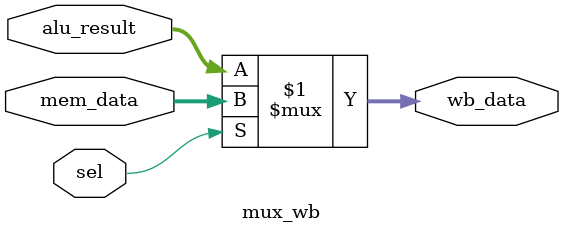
<source format=v>
module mux_wb (
    input wire sel,  // MemToReg from Control
    input wire [31:0] alu_result, mem_data,
    output wire [31:0] wb_data
);

assign wb_data = sel ? mem_data : alu_result;

endmodule
</source>
